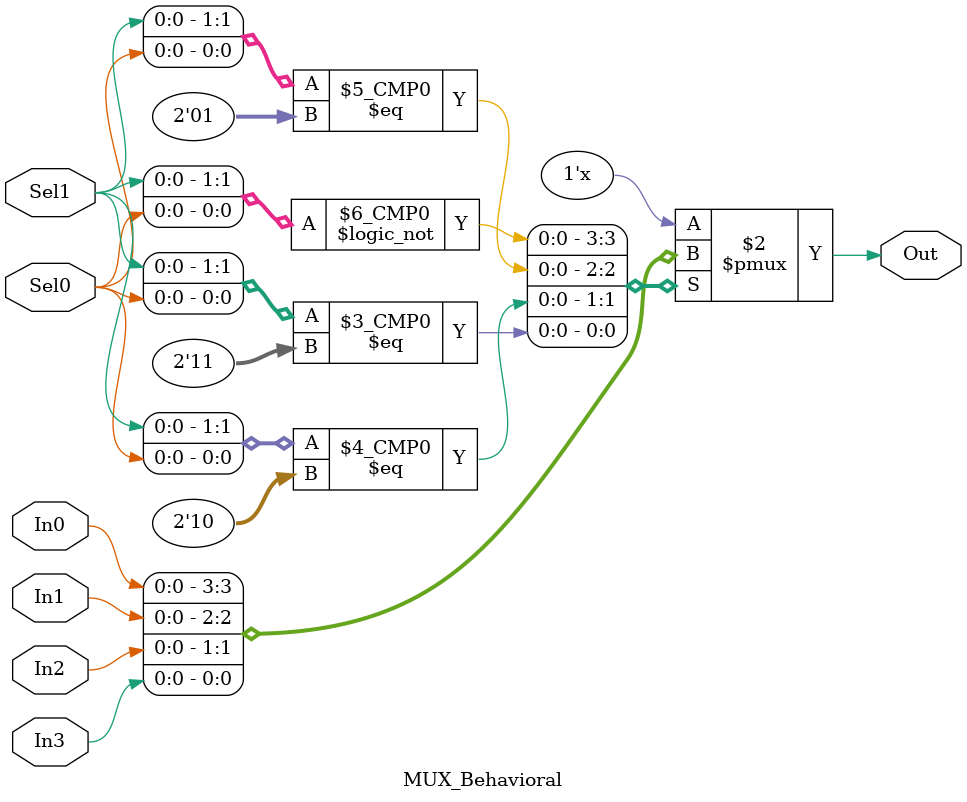
<source format=v>
module MUX_Behavioral(Out, In0, In1, In2, In3, Sel1, Sel0);

//input & output
output Out;
input In0, In1, In2, In3, Sel0, Sel1;
reg Out;

always @(Sel1 or Sel0 or In0 or In1 or In2 or In3)
	begin
		case ({Sel1, Sel0})
		2'b00 : Out = In0;
		2'b01 : Out = In1;
		2'b10 : Out = In2;
		2'b11 : Out = In3;
		default : Out = 1'bx;
		endcase
	end
endmodule	
</source>
